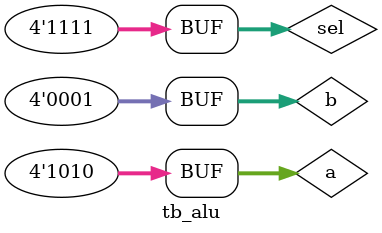
<source format=v>
module alu(out, a, b, sel);

output reg [3:0] out;
input [3:0] a, b, sel;

always @(a or b or sel) begin
case (sel)
4'b0000: out = a+b;
4'b0001: out = a-b;
4'b0010: out = a*b;
4'b0011: out = a/b;
4'b0100: out = a<<b;
4'b0101: out = a>>b;
4'b0110: out = {a[2:0], a[3]};
4'b0111: out = {a[0], a[3:1]};
4'b1000: out = a&b;
4'b1001: out = a|b;
4'b1010: out = a^b;
4'b1011: out = ~(a|b);
4'b1100: out = ~(a&b);
4'b1101: out = ~(a^b);
4'b1110: out = a>b?1:0;
4'b1111: out = a==b?1:0;
endcase
end

endmodule



module tb_alu;

wire [3:0] out;
reg [3:0] a, b, sel;

alu dut(out, a, b, sel);

initial begin a = 4'b1010; b = 4'b0001;
sel = 4'b0000; //out = a+b;
#100 sel = 4'b0001; //out = a-b;
#100 sel = 4'b0010; //out = a*b;
#100 sel = 4'b0011; //out = a/b;
#100 sel = 4'b0100; //out = a<<b;
#100 sel = 4'b0101; //out = a>>b;
#100 sel = 4'b0110; //rotated left
#100 sel = 4'b0111; //rotated right
#100 sel = 4'b1000; //out = a&b;
#100 sel = 4'b1001; //out = a|b;
#100 sel = 4'b1010; //out = a^b;
#100 sel = 4'b1011; //out = ~(a|b);
#100 sel = 4'b1100; //out = ~(a&b);
#100 sel = 4'b1101; //out = ~(a^b);
#100 sel = 4'b1110; //out = a>b?1:0;
#100 sel = 4'b1111; //out = a==b?1:0;
end
endmodule

</source>
